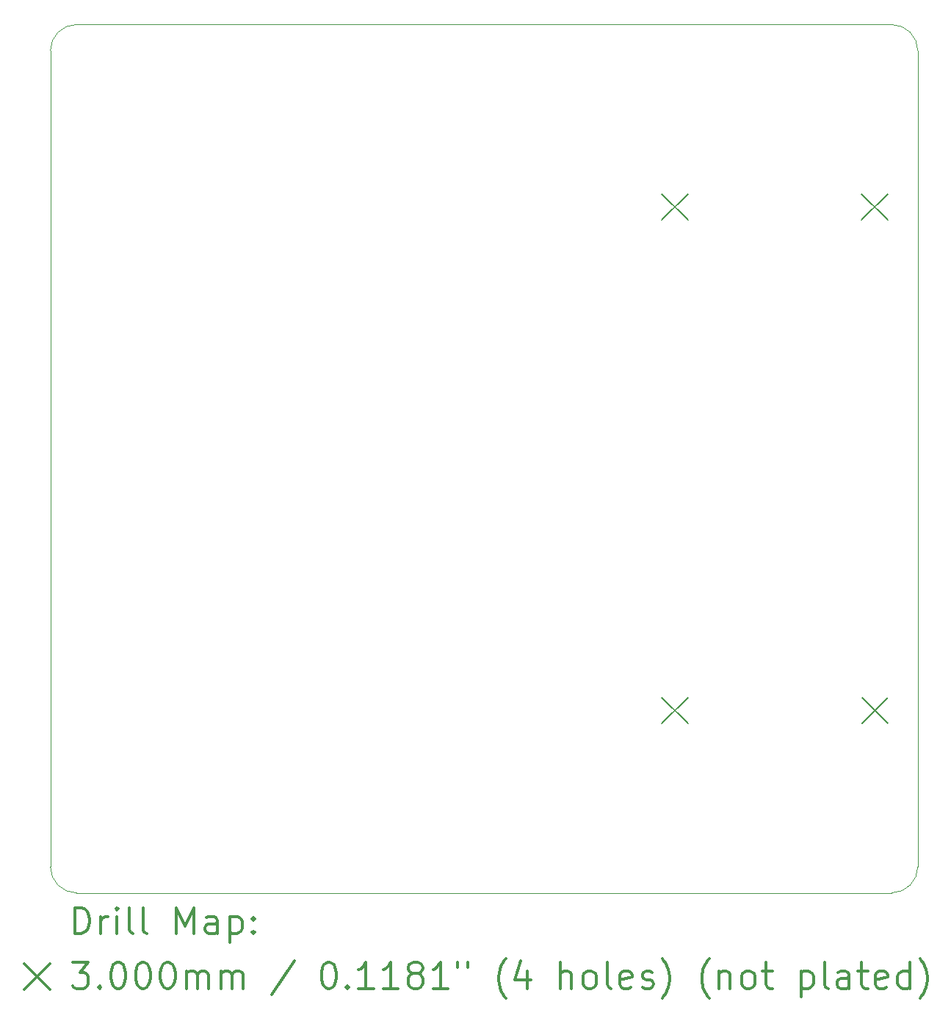
<source format=gbr>
%FSLAX45Y45*%
G04 Gerber Fmt 4.5, Leading zero omitted, Abs format (unit mm)*
G04 Created by KiCad (PCBNEW (5.1.12-1-10_14)) date 2022-02-15 12:56:46*
%MOMM*%
%LPD*%
G01*
G04 APERTURE LIST*
%TA.AperFunction,Profile*%
%ADD10C,0.100000*%
%TD*%
%ADD11C,0.200000*%
%ADD12C,0.300000*%
G04 APERTURE END LIST*
D10*
X20000000Y-14700000D02*
G75*
G02*
X19700000Y-15000000I-300000J0D01*
G01*
X10300000Y-15000000D02*
G75*
G02*
X10000000Y-14700000I0J300000D01*
G01*
X10000000Y-5300000D02*
G75*
G02*
X10300000Y-5000000I300000J0D01*
G01*
X19700000Y-5000000D02*
G75*
G02*
X20000000Y-5300000I0J-300000D01*
G01*
X20000000Y-5300000D02*
X20000000Y-14700000D01*
X10300000Y-5000000D02*
X19700000Y-5000000D01*
X10000000Y-14700000D02*
X10000000Y-5300000D01*
X19700000Y-15000000D02*
X10300000Y-15000000D01*
D11*
X17051000Y-6950000D02*
X17351000Y-7250000D01*
X17351000Y-6950000D02*
X17051000Y-7250000D01*
X17051000Y-12752000D02*
X17351000Y-13052000D01*
X17351000Y-12752000D02*
X17051000Y-13052000D01*
X19353000Y-6948000D02*
X19653000Y-7248000D01*
X19653000Y-6948000D02*
X19353000Y-7248000D01*
X19357000Y-12752000D02*
X19657000Y-13052000D01*
X19657000Y-12752000D02*
X19357000Y-13052000D01*
D12*
X10281428Y-15470714D02*
X10281428Y-15170714D01*
X10352857Y-15170714D01*
X10395714Y-15185000D01*
X10424286Y-15213571D01*
X10438571Y-15242143D01*
X10452857Y-15299286D01*
X10452857Y-15342143D01*
X10438571Y-15399286D01*
X10424286Y-15427857D01*
X10395714Y-15456429D01*
X10352857Y-15470714D01*
X10281428Y-15470714D01*
X10581428Y-15470714D02*
X10581428Y-15270714D01*
X10581428Y-15327857D02*
X10595714Y-15299286D01*
X10610000Y-15285000D01*
X10638571Y-15270714D01*
X10667143Y-15270714D01*
X10767143Y-15470714D02*
X10767143Y-15270714D01*
X10767143Y-15170714D02*
X10752857Y-15185000D01*
X10767143Y-15199286D01*
X10781428Y-15185000D01*
X10767143Y-15170714D01*
X10767143Y-15199286D01*
X10952857Y-15470714D02*
X10924286Y-15456429D01*
X10910000Y-15427857D01*
X10910000Y-15170714D01*
X11110000Y-15470714D02*
X11081428Y-15456429D01*
X11067143Y-15427857D01*
X11067143Y-15170714D01*
X11452857Y-15470714D02*
X11452857Y-15170714D01*
X11552857Y-15385000D01*
X11652857Y-15170714D01*
X11652857Y-15470714D01*
X11924286Y-15470714D02*
X11924286Y-15313571D01*
X11910000Y-15285000D01*
X11881428Y-15270714D01*
X11824286Y-15270714D01*
X11795714Y-15285000D01*
X11924286Y-15456429D02*
X11895714Y-15470714D01*
X11824286Y-15470714D01*
X11795714Y-15456429D01*
X11781428Y-15427857D01*
X11781428Y-15399286D01*
X11795714Y-15370714D01*
X11824286Y-15356429D01*
X11895714Y-15356429D01*
X11924286Y-15342143D01*
X12067143Y-15270714D02*
X12067143Y-15570714D01*
X12067143Y-15285000D02*
X12095714Y-15270714D01*
X12152857Y-15270714D01*
X12181428Y-15285000D01*
X12195714Y-15299286D01*
X12210000Y-15327857D01*
X12210000Y-15413571D01*
X12195714Y-15442143D01*
X12181428Y-15456429D01*
X12152857Y-15470714D01*
X12095714Y-15470714D01*
X12067143Y-15456429D01*
X12338571Y-15442143D02*
X12352857Y-15456429D01*
X12338571Y-15470714D01*
X12324286Y-15456429D01*
X12338571Y-15442143D01*
X12338571Y-15470714D01*
X12338571Y-15285000D02*
X12352857Y-15299286D01*
X12338571Y-15313571D01*
X12324286Y-15299286D01*
X12338571Y-15285000D01*
X12338571Y-15313571D01*
X9695000Y-15815000D02*
X9995000Y-16115000D01*
X9995000Y-15815000D02*
X9695000Y-16115000D01*
X10252857Y-15800714D02*
X10438571Y-15800714D01*
X10338571Y-15915000D01*
X10381428Y-15915000D01*
X10410000Y-15929286D01*
X10424286Y-15943571D01*
X10438571Y-15972143D01*
X10438571Y-16043571D01*
X10424286Y-16072143D01*
X10410000Y-16086429D01*
X10381428Y-16100714D01*
X10295714Y-16100714D01*
X10267143Y-16086429D01*
X10252857Y-16072143D01*
X10567143Y-16072143D02*
X10581428Y-16086429D01*
X10567143Y-16100714D01*
X10552857Y-16086429D01*
X10567143Y-16072143D01*
X10567143Y-16100714D01*
X10767143Y-15800714D02*
X10795714Y-15800714D01*
X10824286Y-15815000D01*
X10838571Y-15829286D01*
X10852857Y-15857857D01*
X10867143Y-15915000D01*
X10867143Y-15986429D01*
X10852857Y-16043571D01*
X10838571Y-16072143D01*
X10824286Y-16086429D01*
X10795714Y-16100714D01*
X10767143Y-16100714D01*
X10738571Y-16086429D01*
X10724286Y-16072143D01*
X10710000Y-16043571D01*
X10695714Y-15986429D01*
X10695714Y-15915000D01*
X10710000Y-15857857D01*
X10724286Y-15829286D01*
X10738571Y-15815000D01*
X10767143Y-15800714D01*
X11052857Y-15800714D02*
X11081428Y-15800714D01*
X11110000Y-15815000D01*
X11124286Y-15829286D01*
X11138571Y-15857857D01*
X11152857Y-15915000D01*
X11152857Y-15986429D01*
X11138571Y-16043571D01*
X11124286Y-16072143D01*
X11110000Y-16086429D01*
X11081428Y-16100714D01*
X11052857Y-16100714D01*
X11024286Y-16086429D01*
X11010000Y-16072143D01*
X10995714Y-16043571D01*
X10981428Y-15986429D01*
X10981428Y-15915000D01*
X10995714Y-15857857D01*
X11010000Y-15829286D01*
X11024286Y-15815000D01*
X11052857Y-15800714D01*
X11338571Y-15800714D02*
X11367143Y-15800714D01*
X11395714Y-15815000D01*
X11410000Y-15829286D01*
X11424286Y-15857857D01*
X11438571Y-15915000D01*
X11438571Y-15986429D01*
X11424286Y-16043571D01*
X11410000Y-16072143D01*
X11395714Y-16086429D01*
X11367143Y-16100714D01*
X11338571Y-16100714D01*
X11310000Y-16086429D01*
X11295714Y-16072143D01*
X11281428Y-16043571D01*
X11267143Y-15986429D01*
X11267143Y-15915000D01*
X11281428Y-15857857D01*
X11295714Y-15829286D01*
X11310000Y-15815000D01*
X11338571Y-15800714D01*
X11567143Y-16100714D02*
X11567143Y-15900714D01*
X11567143Y-15929286D02*
X11581428Y-15915000D01*
X11610000Y-15900714D01*
X11652857Y-15900714D01*
X11681428Y-15915000D01*
X11695714Y-15943571D01*
X11695714Y-16100714D01*
X11695714Y-15943571D02*
X11710000Y-15915000D01*
X11738571Y-15900714D01*
X11781428Y-15900714D01*
X11810000Y-15915000D01*
X11824286Y-15943571D01*
X11824286Y-16100714D01*
X11967143Y-16100714D02*
X11967143Y-15900714D01*
X11967143Y-15929286D02*
X11981428Y-15915000D01*
X12010000Y-15900714D01*
X12052857Y-15900714D01*
X12081428Y-15915000D01*
X12095714Y-15943571D01*
X12095714Y-16100714D01*
X12095714Y-15943571D02*
X12110000Y-15915000D01*
X12138571Y-15900714D01*
X12181428Y-15900714D01*
X12210000Y-15915000D01*
X12224286Y-15943571D01*
X12224286Y-16100714D01*
X12810000Y-15786429D02*
X12552857Y-16172143D01*
X13195714Y-15800714D02*
X13224286Y-15800714D01*
X13252857Y-15815000D01*
X13267143Y-15829286D01*
X13281428Y-15857857D01*
X13295714Y-15915000D01*
X13295714Y-15986429D01*
X13281428Y-16043571D01*
X13267143Y-16072143D01*
X13252857Y-16086429D01*
X13224286Y-16100714D01*
X13195714Y-16100714D01*
X13167143Y-16086429D01*
X13152857Y-16072143D01*
X13138571Y-16043571D01*
X13124286Y-15986429D01*
X13124286Y-15915000D01*
X13138571Y-15857857D01*
X13152857Y-15829286D01*
X13167143Y-15815000D01*
X13195714Y-15800714D01*
X13424286Y-16072143D02*
X13438571Y-16086429D01*
X13424286Y-16100714D01*
X13410000Y-16086429D01*
X13424286Y-16072143D01*
X13424286Y-16100714D01*
X13724286Y-16100714D02*
X13552857Y-16100714D01*
X13638571Y-16100714D02*
X13638571Y-15800714D01*
X13610000Y-15843571D01*
X13581428Y-15872143D01*
X13552857Y-15886429D01*
X14010000Y-16100714D02*
X13838571Y-16100714D01*
X13924286Y-16100714D02*
X13924286Y-15800714D01*
X13895714Y-15843571D01*
X13867143Y-15872143D01*
X13838571Y-15886429D01*
X14181428Y-15929286D02*
X14152857Y-15915000D01*
X14138571Y-15900714D01*
X14124286Y-15872143D01*
X14124286Y-15857857D01*
X14138571Y-15829286D01*
X14152857Y-15815000D01*
X14181428Y-15800714D01*
X14238571Y-15800714D01*
X14267143Y-15815000D01*
X14281428Y-15829286D01*
X14295714Y-15857857D01*
X14295714Y-15872143D01*
X14281428Y-15900714D01*
X14267143Y-15915000D01*
X14238571Y-15929286D01*
X14181428Y-15929286D01*
X14152857Y-15943571D01*
X14138571Y-15957857D01*
X14124286Y-15986429D01*
X14124286Y-16043571D01*
X14138571Y-16072143D01*
X14152857Y-16086429D01*
X14181428Y-16100714D01*
X14238571Y-16100714D01*
X14267143Y-16086429D01*
X14281428Y-16072143D01*
X14295714Y-16043571D01*
X14295714Y-15986429D01*
X14281428Y-15957857D01*
X14267143Y-15943571D01*
X14238571Y-15929286D01*
X14581428Y-16100714D02*
X14410000Y-16100714D01*
X14495714Y-16100714D02*
X14495714Y-15800714D01*
X14467143Y-15843571D01*
X14438571Y-15872143D01*
X14410000Y-15886429D01*
X14695714Y-15800714D02*
X14695714Y-15857857D01*
X14810000Y-15800714D02*
X14810000Y-15857857D01*
X15252857Y-16215000D02*
X15238571Y-16200714D01*
X15210000Y-16157857D01*
X15195714Y-16129286D01*
X15181428Y-16086429D01*
X15167143Y-16015000D01*
X15167143Y-15957857D01*
X15181428Y-15886429D01*
X15195714Y-15843571D01*
X15210000Y-15815000D01*
X15238571Y-15772143D01*
X15252857Y-15757857D01*
X15495714Y-15900714D02*
X15495714Y-16100714D01*
X15424286Y-15786429D02*
X15352857Y-16000714D01*
X15538571Y-16000714D01*
X15881428Y-16100714D02*
X15881428Y-15800714D01*
X16010000Y-16100714D02*
X16010000Y-15943571D01*
X15995714Y-15915000D01*
X15967143Y-15900714D01*
X15924286Y-15900714D01*
X15895714Y-15915000D01*
X15881428Y-15929286D01*
X16195714Y-16100714D02*
X16167143Y-16086429D01*
X16152857Y-16072143D01*
X16138571Y-16043571D01*
X16138571Y-15957857D01*
X16152857Y-15929286D01*
X16167143Y-15915000D01*
X16195714Y-15900714D01*
X16238571Y-15900714D01*
X16267143Y-15915000D01*
X16281428Y-15929286D01*
X16295714Y-15957857D01*
X16295714Y-16043571D01*
X16281428Y-16072143D01*
X16267143Y-16086429D01*
X16238571Y-16100714D01*
X16195714Y-16100714D01*
X16467143Y-16100714D02*
X16438571Y-16086429D01*
X16424286Y-16057857D01*
X16424286Y-15800714D01*
X16695714Y-16086429D02*
X16667143Y-16100714D01*
X16610000Y-16100714D01*
X16581428Y-16086429D01*
X16567143Y-16057857D01*
X16567143Y-15943571D01*
X16581428Y-15915000D01*
X16610000Y-15900714D01*
X16667143Y-15900714D01*
X16695714Y-15915000D01*
X16710000Y-15943571D01*
X16710000Y-15972143D01*
X16567143Y-16000714D01*
X16824286Y-16086429D02*
X16852857Y-16100714D01*
X16910000Y-16100714D01*
X16938571Y-16086429D01*
X16952857Y-16057857D01*
X16952857Y-16043571D01*
X16938571Y-16015000D01*
X16910000Y-16000714D01*
X16867143Y-16000714D01*
X16838571Y-15986429D01*
X16824286Y-15957857D01*
X16824286Y-15943571D01*
X16838571Y-15915000D01*
X16867143Y-15900714D01*
X16910000Y-15900714D01*
X16938571Y-15915000D01*
X17052857Y-16215000D02*
X17067143Y-16200714D01*
X17095714Y-16157857D01*
X17110000Y-16129286D01*
X17124286Y-16086429D01*
X17138571Y-16015000D01*
X17138571Y-15957857D01*
X17124286Y-15886429D01*
X17110000Y-15843571D01*
X17095714Y-15815000D01*
X17067143Y-15772143D01*
X17052857Y-15757857D01*
X17595714Y-16215000D02*
X17581428Y-16200714D01*
X17552857Y-16157857D01*
X17538571Y-16129286D01*
X17524286Y-16086429D01*
X17510000Y-16015000D01*
X17510000Y-15957857D01*
X17524286Y-15886429D01*
X17538571Y-15843571D01*
X17552857Y-15815000D01*
X17581428Y-15772143D01*
X17595714Y-15757857D01*
X17710000Y-15900714D02*
X17710000Y-16100714D01*
X17710000Y-15929286D02*
X17724286Y-15915000D01*
X17752857Y-15900714D01*
X17795714Y-15900714D01*
X17824286Y-15915000D01*
X17838571Y-15943571D01*
X17838571Y-16100714D01*
X18024286Y-16100714D02*
X17995714Y-16086429D01*
X17981428Y-16072143D01*
X17967143Y-16043571D01*
X17967143Y-15957857D01*
X17981428Y-15929286D01*
X17995714Y-15915000D01*
X18024286Y-15900714D01*
X18067143Y-15900714D01*
X18095714Y-15915000D01*
X18110000Y-15929286D01*
X18124286Y-15957857D01*
X18124286Y-16043571D01*
X18110000Y-16072143D01*
X18095714Y-16086429D01*
X18067143Y-16100714D01*
X18024286Y-16100714D01*
X18210000Y-15900714D02*
X18324286Y-15900714D01*
X18252857Y-15800714D02*
X18252857Y-16057857D01*
X18267143Y-16086429D01*
X18295714Y-16100714D01*
X18324286Y-16100714D01*
X18652857Y-15900714D02*
X18652857Y-16200714D01*
X18652857Y-15915000D02*
X18681428Y-15900714D01*
X18738571Y-15900714D01*
X18767143Y-15915000D01*
X18781428Y-15929286D01*
X18795714Y-15957857D01*
X18795714Y-16043571D01*
X18781428Y-16072143D01*
X18767143Y-16086429D01*
X18738571Y-16100714D01*
X18681428Y-16100714D01*
X18652857Y-16086429D01*
X18967143Y-16100714D02*
X18938571Y-16086429D01*
X18924286Y-16057857D01*
X18924286Y-15800714D01*
X19210000Y-16100714D02*
X19210000Y-15943571D01*
X19195714Y-15915000D01*
X19167143Y-15900714D01*
X19110000Y-15900714D01*
X19081428Y-15915000D01*
X19210000Y-16086429D02*
X19181428Y-16100714D01*
X19110000Y-16100714D01*
X19081428Y-16086429D01*
X19067143Y-16057857D01*
X19067143Y-16029286D01*
X19081428Y-16000714D01*
X19110000Y-15986429D01*
X19181428Y-15986429D01*
X19210000Y-15972143D01*
X19310000Y-15900714D02*
X19424286Y-15900714D01*
X19352857Y-15800714D02*
X19352857Y-16057857D01*
X19367143Y-16086429D01*
X19395714Y-16100714D01*
X19424286Y-16100714D01*
X19638571Y-16086429D02*
X19610000Y-16100714D01*
X19552857Y-16100714D01*
X19524286Y-16086429D01*
X19510000Y-16057857D01*
X19510000Y-15943571D01*
X19524286Y-15915000D01*
X19552857Y-15900714D01*
X19610000Y-15900714D01*
X19638571Y-15915000D01*
X19652857Y-15943571D01*
X19652857Y-15972143D01*
X19510000Y-16000714D01*
X19910000Y-16100714D02*
X19910000Y-15800714D01*
X19910000Y-16086429D02*
X19881428Y-16100714D01*
X19824286Y-16100714D01*
X19795714Y-16086429D01*
X19781428Y-16072143D01*
X19767143Y-16043571D01*
X19767143Y-15957857D01*
X19781428Y-15929286D01*
X19795714Y-15915000D01*
X19824286Y-15900714D01*
X19881428Y-15900714D01*
X19910000Y-15915000D01*
X20024286Y-16215000D02*
X20038571Y-16200714D01*
X20067143Y-16157857D01*
X20081428Y-16129286D01*
X20095714Y-16086429D01*
X20110000Y-16015000D01*
X20110000Y-15957857D01*
X20095714Y-15886429D01*
X20081428Y-15843571D01*
X20067143Y-15815000D01*
X20038571Y-15772143D01*
X20024286Y-15757857D01*
M02*

</source>
